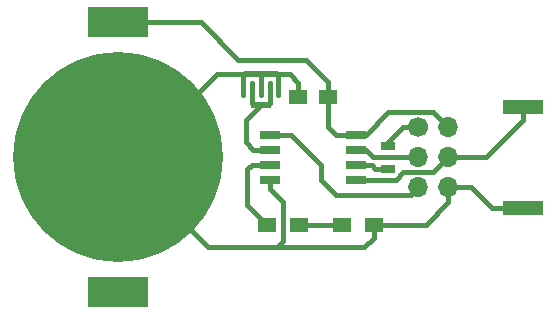
<source format=gtl>
G04 #@! TF.FileFunction,Copper,L1,Top,Signal*
%FSLAX46Y46*%
G04 Gerber Fmt 4.6, Leading zero omitted, Abs format (unit mm)*
G04 Created by KiCad (PCBNEW 4.0.6) date 03/14/19 11:47:22*
%MOMM*%
%LPD*%
G01*
G04 APERTURE LIST*
%ADD10C,0.100000*%
%ADD11C,0.400000*%
%ADD12R,3.000000X0.500000*%
%ADD13R,1.800000X0.500000*%
%ADD14R,1.500000X1.300000*%
%ADD15C,1.700000*%
%ADD16O,1.700000X1.700000*%
%ADD17C,17.780000*%
%ADD18R,5.080000X2.540000*%
%ADD19R,3.400000X1.300000*%
%ADD20R,1.700000X0.650000*%
%ADD21R,1.500000X1.250000*%
%ADD22R,1.300000X0.700000*%
%ADD23C,0.406400*%
G04 APERTURE END LIST*
D10*
D11*
X158254000Y-72918000D02*
X158254000Y-74668000D01*
X160504000Y-72168000D02*
X160504000Y-73918000D01*
X159754000Y-74668000D02*
X159754000Y-72918000D01*
X159004000Y-72168000D02*
X159004000Y-73918000D01*
X157504000Y-72168000D02*
X157504000Y-73918000D01*
D12*
X159004000Y-72168000D03*
D13*
X159004000Y-74803000D03*
D14*
X162259000Y-84963000D03*
X159559000Y-84963000D03*
D15*
X172339000Y-76708000D03*
D16*
X174879000Y-76708000D03*
X172339000Y-79248000D03*
X174879000Y-79248000D03*
X172339000Y-81788000D03*
X174879000Y-81788000D03*
D17*
X146939000Y-79248000D03*
D18*
X146939000Y-67818000D03*
X146939000Y-90678000D03*
D19*
X181229000Y-83548000D03*
X181229000Y-74948000D03*
D20*
X159799000Y-77343000D03*
X159799000Y-78613000D03*
X159799000Y-79883000D03*
X159799000Y-81153000D03*
X167099000Y-81153000D03*
X167099000Y-79883000D03*
X167099000Y-78613000D03*
X167099000Y-77343000D03*
D14*
X168609000Y-84963000D03*
X165909000Y-84963000D03*
D21*
X162199000Y-74168000D03*
X164699000Y-74168000D03*
D22*
X169799000Y-78298000D03*
X169799000Y-80198000D03*
D23*
X168609000Y-84963000D02*
X172974000Y-84963000D01*
X174879000Y-83058000D02*
X174879000Y-81788000D01*
X172974000Y-84963000D02*
X174879000Y-83058000D01*
X160401000Y-86868000D02*
X167767000Y-86868000D01*
X168609000Y-86026000D02*
X168609000Y-84963000D01*
X167767000Y-86868000D02*
X168609000Y-86026000D01*
X160909000Y-83058000D02*
X160909000Y-86360000D01*
X159799000Y-81948000D02*
X160909000Y-83058000D01*
X159799000Y-81153000D02*
X159799000Y-81948000D01*
X154559000Y-86868000D02*
X146939000Y-79248000D01*
X160401000Y-86868000D02*
X154559000Y-86868000D01*
X160909000Y-86360000D02*
X160401000Y-86868000D01*
X146939000Y-79248000D02*
X148209000Y-79248000D01*
X148209000Y-79248000D02*
X155289000Y-72168000D01*
X155289000Y-72168000D02*
X159004000Y-72168000D01*
X162199000Y-74168000D02*
X162199000Y-72918000D01*
X161449000Y-72168000D02*
X159004000Y-72168000D01*
X162199000Y-72918000D02*
X161449000Y-72168000D01*
X146939000Y-79248000D02*
X147574000Y-79248000D01*
X174879000Y-81788000D02*
X176784000Y-81788000D01*
X176784000Y-81788000D02*
X178544000Y-83548000D01*
X178544000Y-83548000D02*
X181229000Y-83548000D01*
X146939000Y-67818000D02*
X153924000Y-67818000D01*
X164699000Y-72878000D02*
X164699000Y-74168000D01*
X162814000Y-70993000D02*
X164699000Y-72878000D01*
X157099000Y-70993000D02*
X162814000Y-70993000D01*
X153924000Y-67818000D02*
X157099000Y-70993000D01*
X167099000Y-77343000D02*
X165354000Y-77343000D01*
X164699000Y-76688000D02*
X164699000Y-74168000D01*
X165354000Y-77343000D02*
X164699000Y-76688000D01*
X167099000Y-77343000D02*
X167894000Y-77343000D01*
X167894000Y-77343000D02*
X169799000Y-75438000D01*
X169799000Y-75438000D02*
X173609000Y-75438000D01*
X173609000Y-75438000D02*
X174879000Y-76708000D01*
X169799000Y-78298000D02*
X169799000Y-77978000D01*
X169799000Y-77978000D02*
X171069000Y-76708000D01*
X171069000Y-76708000D02*
X172339000Y-76708000D01*
X165909000Y-84963000D02*
X162259000Y-84963000D01*
X167099000Y-79883000D02*
X168402000Y-79883000D01*
X168717000Y-80198000D02*
X169799000Y-80198000D01*
X168402000Y-79883000D02*
X168717000Y-80198000D01*
X167099000Y-78613000D02*
X167894000Y-78613000D01*
X167894000Y-78613000D02*
X168529000Y-79248000D01*
X168529000Y-79248000D02*
X172339000Y-79248000D01*
X174879000Y-79248000D02*
X178054000Y-79248000D01*
X181229000Y-76073000D02*
X181229000Y-74948000D01*
X178054000Y-79248000D02*
X181229000Y-76073000D01*
X167099000Y-81153000D02*
X170434000Y-81153000D01*
X173609000Y-80518000D02*
X174879000Y-79248000D01*
X171069000Y-80518000D02*
X173609000Y-80518000D01*
X170434000Y-81153000D02*
X171069000Y-80518000D01*
X159799000Y-77343000D02*
X161544000Y-77343000D01*
X171704000Y-82423000D02*
X172339000Y-81788000D01*
X165354000Y-82423000D02*
X171704000Y-82423000D01*
X164084000Y-81153000D02*
X165354000Y-82423000D01*
X164084000Y-79883000D02*
X164084000Y-81153000D01*
X161544000Y-77343000D02*
X164084000Y-79883000D01*
X159799000Y-78613000D02*
X158369000Y-78613000D01*
X157734000Y-76073000D02*
X159004000Y-74803000D01*
X157734000Y-77978000D02*
X157734000Y-76073000D01*
X158369000Y-78613000D02*
X157734000Y-77978000D01*
X159799000Y-79883000D02*
X158242000Y-79883000D01*
X157861000Y-83265000D02*
X159559000Y-84963000D01*
X157861000Y-80264000D02*
X157861000Y-83265000D01*
X158242000Y-79883000D02*
X157861000Y-80264000D01*
M02*

</source>
